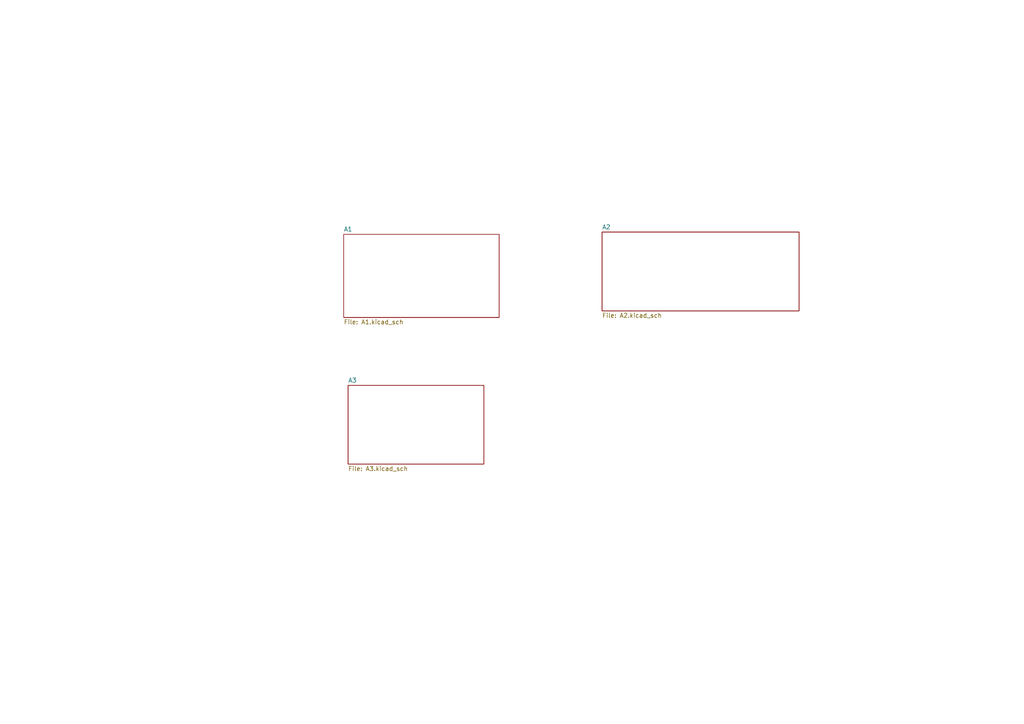
<source format=kicad_sch>
(kicad_sch (version 20211123) (generator eeschema)
  (paper "A4")
  (title_block (title "А2: Имулсно-фазов детектор, ФНЧ. ГУН"))
  (lib_symbols)
  (sheet (at 100.965 111.76) (size 39.37 22.86) (stroke (width 0.1524))
    (property "Sheet name" "A3" (at 100.965 111.0484 0) (effects (justify left bottom)))
    (property "Sheet file" "A3.kicad_sch" (at 100.965 135.2046 0) (effects (justify left top)))
  )
  (sheet (at 174.625 67.31) (size 57.15 22.86) (stroke (width 0.1524))
    (property "Sheet name" "A2" (at 174.625 66.5984 0) (effects (justify left bottom)))
    (property "Sheet file" "A2.kicad_sch" (at 174.625 90.7546 0) (effects (justify left top)))
  )
  (sheet (at 99.695 67.945) (size 45.085 24.13) (stroke (width 0.1524))
    (property "Sheet name" "A1" (at 99.695 67.2334 0) (effects (justify left bottom)))
    (property "Sheet file" "A1.kicad_sch" (at 99.695 92.6596 0) (effects (justify left top)))
  )
)
</source>
